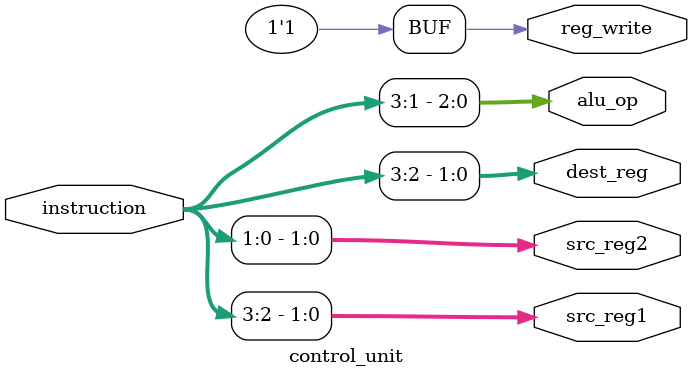
<source format=v>
module control_unit (
    input [3:0] instruction,
    output reg [1:0] src_reg1, src_reg2, dest_reg,
    output reg [2:0] alu_op,
    output reg reg_write
);
always @(*) begin
    src_reg1 = instruction[3:2];
    src_reg2 = instruction[1:0];
    dest_reg = instruction[3:2];
    alu_op = instruction[3:1];
    reg_write = 1;
end
endmodule
</source>
